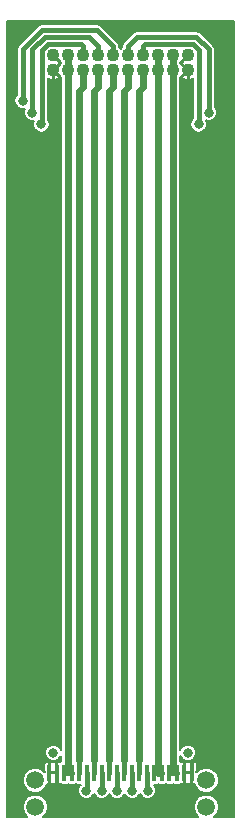
<source format=gtl>
G04 #@! TF.FileFunction,Copper,L1,Top,Signal*
%FSLAX46Y46*%
G04 Gerber Fmt 4.6, Leading zero omitted, Abs format (unit mm)*
G04 Created by KiCad (PCBNEW 4.1.0-alpha+201605071002+6776~44~ubuntu14.04.1-product) date Wed 29 Jun 2016 00:08:44 BST*
%MOMM*%
%LPD*%
G01*
G04 APERTURE LIST*
%ADD10C,0.100000*%
%ADD11C,1.500000*%
%ADD12R,0.380000X1.400000*%
%ADD13C,1.100000*%
%ADD14C,0.800000*%
%ADD15C,0.400000*%
%ADD16C,0.250000*%
%ADD17C,0.600000*%
%ADD18C,0.200000*%
G04 APERTURE END LIST*
D10*
D11*
X148760500Y-126540000D03*
X163239500Y-126540000D03*
X148760500Y-128790000D03*
X163239500Y-128790000D03*
D12*
X162032500Y-125890000D03*
X161397500Y-125890000D03*
X160762500Y-125890000D03*
X160127500Y-125890000D03*
X159492500Y-125890000D03*
X158857500Y-125890000D03*
X158222500Y-125890000D03*
X157587500Y-125890000D03*
X156952500Y-125890000D03*
X156317500Y-125890000D03*
X155682500Y-125890000D03*
X155047500Y-125890000D03*
X154412500Y-125890000D03*
X153777500Y-125890000D03*
X153142500Y-125890000D03*
X152507500Y-125890000D03*
X151872500Y-125890000D03*
X151237500Y-125890000D03*
X150602500Y-125890000D03*
X149967500Y-125890000D03*
D13*
X161715000Y-65159000D03*
X161715000Y-66429000D03*
X160445000Y-65159000D03*
X160445000Y-66429000D03*
X159175000Y-65159000D03*
X159175000Y-66429000D03*
X157905000Y-65159000D03*
X157905000Y-66429000D03*
X156635000Y-65159000D03*
X156635000Y-66429000D03*
X155365000Y-65159000D03*
X155365000Y-66429000D03*
X154095000Y-65159000D03*
X154095000Y-66429000D03*
X152825000Y-65159000D03*
X152825000Y-66429000D03*
X151555000Y-65159000D03*
X151555000Y-66429000D03*
X150285000Y-65159000D03*
X150285000Y-66429000D03*
D14*
X150300000Y-124200000D03*
X161700000Y-124200000D03*
X161715000Y-68000000D03*
X150285000Y-68000000D03*
X161000000Y-128000000D03*
X151000000Y-128000000D03*
X163000000Y-124000000D03*
X149000000Y-124000000D03*
X162500000Y-120000000D03*
X162500000Y-115000000D03*
X162500000Y-110000000D03*
X162500000Y-105000000D03*
X162500000Y-100000000D03*
X162500000Y-95000000D03*
X162500000Y-90000000D03*
X162500000Y-85000000D03*
X162500000Y-80000000D03*
X162500000Y-75000000D03*
X150000000Y-120000000D03*
X150000000Y-115000000D03*
X150000000Y-110000000D03*
X150000000Y-105000000D03*
X150000000Y-100000000D03*
X150000000Y-95000000D03*
X150000000Y-90000000D03*
X150000000Y-85000000D03*
X150000000Y-80000000D03*
X150000000Y-75000000D03*
X158300000Y-127400000D03*
X162615010Y-71000000D03*
X157000000Y-127400000D03*
X163465011Y-70000000D03*
X147700000Y-69000000D03*
X155700000Y-127400000D03*
X148534989Y-70000000D03*
X154400000Y-127400000D03*
X149300000Y-71000000D03*
X153100000Y-127400000D03*
D15*
X161715000Y-68000000D02*
X161715000Y-74215000D01*
D16*
X161715000Y-66429000D02*
X161715000Y-68000000D01*
D15*
X150285000Y-68000000D02*
X150285000Y-71125002D01*
D16*
X150285000Y-66429000D02*
X150285000Y-68000000D01*
X161397500Y-125890000D02*
X161397500Y-127602500D01*
X161397500Y-127602500D02*
X161000000Y-128000000D01*
X150602500Y-125890000D02*
X150602500Y-127602500D01*
X150602500Y-127602500D02*
X151000000Y-128000000D01*
X162032500Y-125890000D02*
X162032500Y-124967500D01*
X162032500Y-124967500D02*
X163000000Y-124000000D01*
X149967500Y-125890000D02*
X149967500Y-124967500D01*
X149967500Y-124967500D02*
X149000000Y-124000000D01*
D15*
X162500000Y-110000000D02*
X162500000Y-115000000D01*
X162500000Y-100000000D02*
X162500000Y-105000000D01*
X162500000Y-90000000D02*
X162500000Y-95000000D01*
X162500000Y-80000000D02*
X162500000Y-85000000D01*
X161715000Y-74215000D02*
X162500000Y-75000000D01*
X150000000Y-110000000D02*
X150000000Y-115000000D01*
X150000000Y-100000000D02*
X150000000Y-105000000D01*
X150000000Y-90000000D02*
X150000000Y-95000000D01*
X150000000Y-80000000D02*
X150000000Y-85000000D01*
X150000000Y-71410002D02*
X150000000Y-75000000D01*
X150285000Y-71125002D02*
X150000000Y-71410002D01*
X160762500Y-125890000D02*
X160410000Y-125890000D01*
X160127500Y-125890000D02*
X160410000Y-125890000D01*
X160410000Y-125890000D02*
X160445000Y-125855000D01*
D17*
X160445000Y-66429000D02*
X160445000Y-125855000D01*
X160445000Y-65159000D02*
X160445000Y-66429000D01*
X159175000Y-66429000D02*
X159175000Y-125875000D01*
D15*
X159492500Y-125890000D02*
X159160000Y-125890000D01*
X158857500Y-125890000D02*
X159160000Y-125890000D01*
X159160000Y-125890000D02*
X159175000Y-125875000D01*
D17*
X159175000Y-65159000D02*
X159175000Y-66429000D01*
D15*
X158222500Y-125890000D02*
X158222500Y-127322500D01*
X158222500Y-127322500D02*
X158300000Y-127400000D01*
X157905000Y-65159000D02*
X157905000Y-64381183D01*
X157905000Y-64381183D02*
X158077184Y-64208999D01*
X158077184Y-64208999D02*
X162171001Y-64208999D01*
X162171001Y-64208999D02*
X162665001Y-64702999D01*
X162665001Y-64702999D02*
X162665001Y-70950009D01*
X162665001Y-70950009D02*
X162615010Y-71000000D01*
D17*
X157587500Y-68182500D02*
X157905000Y-67865000D01*
X157905000Y-67865000D02*
X157905000Y-66429000D01*
X157587500Y-124790000D02*
X157587500Y-68182500D01*
D15*
X157587500Y-124790000D02*
X157587500Y-125890000D01*
X156952500Y-125890000D02*
X156952500Y-127352500D01*
X156952500Y-127352500D02*
X157000000Y-127400000D01*
X156635000Y-65159000D02*
X156635000Y-64381183D01*
X156635000Y-64381183D02*
X157407194Y-63608989D01*
X157407194Y-63608989D02*
X162419534Y-63608990D01*
X162419534Y-63608990D02*
X163465011Y-64654467D01*
X163465011Y-64654467D02*
X163465011Y-70000000D01*
D17*
X156317500Y-68182500D02*
X156635000Y-67865000D01*
X156635000Y-67865000D02*
X156635000Y-66429000D01*
X156317500Y-124790000D02*
X156317500Y-68182500D01*
D15*
X156317500Y-124790000D02*
X156317500Y-125890000D01*
X147734979Y-64605935D02*
X147734979Y-68965021D01*
X147734979Y-68965021D02*
X147700000Y-69000000D01*
X155682500Y-125890000D02*
X155682500Y-127382500D01*
X155682500Y-127382500D02*
X155700000Y-127400000D01*
X155365000Y-65159000D02*
X155365000Y-64381183D01*
X155365000Y-64381183D02*
X153992797Y-63008980D01*
X153992797Y-63008980D02*
X149331933Y-63008981D01*
X149331933Y-63008981D02*
X147734979Y-64605935D01*
D17*
X155047500Y-68182500D02*
X155365000Y-67865000D01*
X155365000Y-67865000D02*
X155365000Y-66429000D01*
X155047500Y-124790000D02*
X155047500Y-68182500D01*
D15*
X155047500Y-124790000D02*
X155047500Y-125890000D01*
X148534989Y-64654467D02*
X148534989Y-69134989D01*
X148534989Y-69134989D02*
X148534989Y-70000000D01*
X154412500Y-125890000D02*
X154412500Y-127387500D01*
X154412500Y-127387500D02*
X154400000Y-127400000D01*
X154095000Y-65159000D02*
X154095000Y-64381183D01*
X154095000Y-64381183D02*
X153322807Y-63608990D01*
X153322807Y-63608990D02*
X149580466Y-63608990D01*
X149580466Y-63608990D02*
X148534989Y-64654467D01*
D17*
X153777500Y-68182500D02*
X154095000Y-67865000D01*
X154095000Y-67865000D02*
X154095000Y-66429000D01*
X153777500Y-124790000D02*
X153777500Y-68182500D01*
D15*
X153777500Y-124790000D02*
X153777500Y-125890000D01*
X149334999Y-64702999D02*
X149334999Y-70965001D01*
X149334999Y-70965001D02*
X149300000Y-71000000D01*
X153142500Y-125890000D02*
X153142500Y-127357500D01*
X153142500Y-127357500D02*
X153100000Y-127400000D01*
X152825000Y-65159000D02*
X152825000Y-64381183D01*
X152825000Y-64381183D02*
X152652816Y-64208999D01*
X152652816Y-64208999D02*
X149828999Y-64208999D01*
X149828999Y-64208999D02*
X149334999Y-64702999D01*
D17*
X152507500Y-68182500D02*
X152825000Y-67865000D01*
X152825000Y-67865000D02*
X152825000Y-66429000D01*
X152507500Y-124790000D02*
X152507500Y-68182500D01*
D15*
X152507500Y-124790000D02*
X152507500Y-125890000D01*
X151872500Y-125890000D02*
X151510000Y-125890000D01*
X151237500Y-125890000D02*
X151510000Y-125890000D01*
X151510000Y-125890000D02*
X151555000Y-125845000D01*
D17*
X151555000Y-66429000D02*
X151555000Y-125845000D01*
X151555000Y-65159000D02*
X151555000Y-66429000D01*
D18*
G36*
X165625000Y-129625000D02*
X163889263Y-129625000D01*
X164129128Y-129385554D01*
X164289318Y-128999774D01*
X164289682Y-128582058D01*
X164130166Y-128196000D01*
X163835054Y-127900372D01*
X163449274Y-127740182D01*
X163031558Y-127739818D01*
X162645500Y-127899334D01*
X162349872Y-128194446D01*
X162189682Y-128580226D01*
X162189318Y-128997942D01*
X162348834Y-129384000D01*
X162589413Y-129625000D01*
X149410263Y-129625000D01*
X149650128Y-129385554D01*
X149810318Y-128999774D01*
X149810682Y-128582058D01*
X149651166Y-128196000D01*
X149356054Y-127900372D01*
X148970274Y-127740182D01*
X148552558Y-127739818D01*
X148166500Y-127899334D01*
X147870872Y-128194446D01*
X147710682Y-128580226D01*
X147710318Y-128997942D01*
X147869834Y-129384000D01*
X148110413Y-129625000D01*
X146375000Y-129625000D01*
X146375000Y-126747942D01*
X147710318Y-126747942D01*
X147869834Y-127134000D01*
X148164946Y-127429628D01*
X148550726Y-127589818D01*
X148968442Y-127590182D01*
X149354500Y-127430666D01*
X149650128Y-127135554D01*
X149772853Y-126840000D01*
X149855000Y-126840000D01*
X149917500Y-126777500D01*
X149917500Y-125940000D01*
X150017500Y-125940000D01*
X150017500Y-126777500D01*
X150080000Y-126840000D01*
X150207228Y-126840000D01*
X150285000Y-126807786D01*
X150362772Y-126840000D01*
X150490000Y-126840000D01*
X150552500Y-126777500D01*
X150552500Y-125940000D01*
X150017500Y-125940000D01*
X149917500Y-125940000D01*
X149897500Y-125940000D01*
X149897500Y-125840000D01*
X149917500Y-125840000D01*
X149917500Y-125002500D01*
X150017500Y-125002500D01*
X150017500Y-125840000D01*
X150552500Y-125840000D01*
X150552500Y-125002500D01*
X150490000Y-124940000D01*
X150362772Y-124940000D01*
X150285000Y-124972214D01*
X150207228Y-124940000D01*
X150080000Y-124940000D01*
X150017500Y-125002500D01*
X149917500Y-125002500D01*
X149855000Y-124940000D01*
X149727772Y-124940000D01*
X149635886Y-124978060D01*
X149565560Y-125048386D01*
X149527500Y-125140272D01*
X149527500Y-125777500D01*
X149589998Y-125839998D01*
X149545349Y-125839998D01*
X149356054Y-125650372D01*
X148970274Y-125490182D01*
X148552558Y-125489818D01*
X148166500Y-125649334D01*
X147870872Y-125944446D01*
X147710682Y-126330226D01*
X147710318Y-126747942D01*
X146375000Y-126747942D01*
X146375000Y-69138628D01*
X146999879Y-69138628D01*
X147106223Y-69396000D01*
X147302964Y-69593085D01*
X147560150Y-69699878D01*
X147838628Y-69700121D01*
X147914595Y-69668732D01*
X147835111Y-69860150D01*
X147834868Y-70138628D01*
X147941212Y-70396000D01*
X148137953Y-70593085D01*
X148395139Y-70699878D01*
X148666574Y-70700115D01*
X148600122Y-70860150D01*
X148599879Y-71138628D01*
X148706223Y-71396000D01*
X148902964Y-71593085D01*
X149160150Y-71699878D01*
X149438628Y-71700121D01*
X149696000Y-71593777D01*
X149893085Y-71397036D01*
X149999878Y-71139850D01*
X150000121Y-70861372D01*
X149893777Y-70604000D01*
X149834999Y-70545119D01*
X149834999Y-67092111D01*
X149846912Y-67117042D01*
X150143562Y-67232317D01*
X150461744Y-67225294D01*
X150723088Y-67117042D01*
X150781044Y-66995755D01*
X150285000Y-66499711D01*
X150270858Y-66513853D01*
X150200147Y-66443142D01*
X150214289Y-66429000D01*
X150200147Y-66414858D01*
X150270858Y-66344147D01*
X150285000Y-66358289D01*
X150781044Y-65862245D01*
X150748434Y-65794000D01*
X150781044Y-65725755D01*
X150285000Y-65229711D01*
X150270858Y-65243853D01*
X150200147Y-65173142D01*
X150214289Y-65159000D01*
X150200147Y-65144858D01*
X150270858Y-65074147D01*
X150285000Y-65088289D01*
X150299142Y-65074147D01*
X150369853Y-65144858D01*
X150355711Y-65159000D01*
X150832166Y-65635455D01*
X150833985Y-65639857D01*
X150955000Y-65761083D01*
X150955000Y-65826920D01*
X150834826Y-65946885D01*
X150832696Y-65952015D01*
X150355711Y-66429000D01*
X150832166Y-66905455D01*
X150833985Y-66909857D01*
X150955000Y-67031083D01*
X150955000Y-123952171D01*
X150893777Y-123804000D01*
X150697036Y-123606915D01*
X150439850Y-123500122D01*
X150161372Y-123499879D01*
X149904000Y-123606223D01*
X149706915Y-123802964D01*
X149600122Y-124060150D01*
X149599879Y-124338628D01*
X149706223Y-124596000D01*
X149902964Y-124793085D01*
X150160150Y-124899878D01*
X150438628Y-124900121D01*
X150696000Y-124793777D01*
X150893085Y-124597036D01*
X150955000Y-124447928D01*
X150955000Y-124902523D01*
X150930446Y-124907407D01*
X150866574Y-124950084D01*
X150842228Y-124940000D01*
X150715000Y-124940000D01*
X150652500Y-125002500D01*
X150652500Y-125840000D01*
X150672500Y-125840000D01*
X150672500Y-125940000D01*
X150652500Y-125940000D01*
X150652500Y-126777500D01*
X150715000Y-126840000D01*
X150842228Y-126840000D01*
X150866574Y-126829916D01*
X150930446Y-126872593D01*
X151047500Y-126895877D01*
X151427500Y-126895877D01*
X151544554Y-126872593D01*
X151555000Y-126865613D01*
X151565446Y-126872593D01*
X151682500Y-126895877D01*
X152062500Y-126895877D01*
X152179554Y-126872593D01*
X152190000Y-126865613D01*
X152200446Y-126872593D01*
X152317500Y-126895877D01*
X152614189Y-126895877D01*
X152506915Y-127002964D01*
X152400122Y-127260150D01*
X152399879Y-127538628D01*
X152506223Y-127796000D01*
X152702964Y-127993085D01*
X152960150Y-128099878D01*
X153238628Y-128100121D01*
X153496000Y-127993777D01*
X153693085Y-127797036D01*
X153750008Y-127659950D01*
X153806223Y-127796000D01*
X154002964Y-127993085D01*
X154260150Y-128099878D01*
X154538628Y-128100121D01*
X154796000Y-127993777D01*
X154993085Y-127797036D01*
X155050008Y-127659950D01*
X155106223Y-127796000D01*
X155302964Y-127993085D01*
X155560150Y-128099878D01*
X155838628Y-128100121D01*
X156096000Y-127993777D01*
X156293085Y-127797036D01*
X156350008Y-127659950D01*
X156406223Y-127796000D01*
X156602964Y-127993085D01*
X156860150Y-128099878D01*
X157138628Y-128100121D01*
X157396000Y-127993777D01*
X157593085Y-127797036D01*
X157650008Y-127659950D01*
X157706223Y-127796000D01*
X157902964Y-127993085D01*
X158160150Y-128099878D01*
X158438628Y-128100121D01*
X158696000Y-127993777D01*
X158893085Y-127797036D01*
X158999878Y-127539850D01*
X159000121Y-127261372D01*
X158893777Y-127004000D01*
X158785843Y-126895877D01*
X159047500Y-126895877D01*
X159164554Y-126872593D01*
X159175000Y-126865613D01*
X159185446Y-126872593D01*
X159302500Y-126895877D01*
X159682500Y-126895877D01*
X159799554Y-126872593D01*
X159810000Y-126865613D01*
X159820446Y-126872593D01*
X159937500Y-126895877D01*
X160317500Y-126895877D01*
X160434554Y-126872593D01*
X160445000Y-126865613D01*
X160455446Y-126872593D01*
X160572500Y-126895877D01*
X160952500Y-126895877D01*
X161069554Y-126872593D01*
X161133426Y-126829916D01*
X161157772Y-126840000D01*
X161285000Y-126840000D01*
X161347500Y-126777500D01*
X161347500Y-125940000D01*
X161447500Y-125940000D01*
X161447500Y-126777500D01*
X161510000Y-126840000D01*
X161637228Y-126840000D01*
X161715000Y-126807786D01*
X161792772Y-126840000D01*
X161920000Y-126840000D01*
X161982500Y-126777500D01*
X161982500Y-125940000D01*
X161447500Y-125940000D01*
X161347500Y-125940000D01*
X161327500Y-125940000D01*
X161327500Y-125840000D01*
X161347500Y-125840000D01*
X161347500Y-125002500D01*
X161447500Y-125002500D01*
X161447500Y-125840000D01*
X161982500Y-125840000D01*
X161982500Y-125002500D01*
X162082500Y-125002500D01*
X162082500Y-125840000D01*
X162102500Y-125840000D01*
X162102500Y-125940000D01*
X162082500Y-125940000D01*
X162082500Y-126777500D01*
X162145000Y-126840000D01*
X162227356Y-126840000D01*
X162348834Y-127134000D01*
X162643946Y-127429628D01*
X163029726Y-127589818D01*
X163447442Y-127590182D01*
X163833500Y-127430666D01*
X164129128Y-127135554D01*
X164289318Y-126749774D01*
X164289682Y-126332058D01*
X164130166Y-125946000D01*
X163835054Y-125650372D01*
X163449274Y-125490182D01*
X163031558Y-125489818D01*
X162645500Y-125649334D01*
X162454503Y-125839998D01*
X162410002Y-125839998D01*
X162472500Y-125777500D01*
X162472500Y-125140272D01*
X162434440Y-125048386D01*
X162364114Y-124978060D01*
X162272228Y-124940000D01*
X162145000Y-124940000D01*
X162082500Y-125002500D01*
X161982500Y-125002500D01*
X161920000Y-124940000D01*
X161792772Y-124940000D01*
X161715000Y-124972214D01*
X161637228Y-124940000D01*
X161510000Y-124940000D01*
X161447500Y-125002500D01*
X161347500Y-125002500D01*
X161285000Y-124940000D01*
X161157772Y-124940000D01*
X161133426Y-124950084D01*
X161069554Y-124907407D01*
X161045000Y-124902523D01*
X161045000Y-124447829D01*
X161106223Y-124596000D01*
X161302964Y-124793085D01*
X161560150Y-124899878D01*
X161838628Y-124900121D01*
X162096000Y-124793777D01*
X162293085Y-124597036D01*
X162399878Y-124339850D01*
X162400121Y-124061372D01*
X162293777Y-123804000D01*
X162097036Y-123606915D01*
X161839850Y-123500122D01*
X161561372Y-123499879D01*
X161304000Y-123606223D01*
X161106915Y-123802964D01*
X161045000Y-123952072D01*
X161045000Y-67031080D01*
X161165174Y-66911115D01*
X161167304Y-66905985D01*
X161644289Y-66429000D01*
X161167834Y-65952545D01*
X161166015Y-65948143D01*
X161045000Y-65826917D01*
X161045000Y-65761080D01*
X161165174Y-65641115D01*
X161167304Y-65635985D01*
X161644289Y-65159000D01*
X161630147Y-65144858D01*
X161700858Y-65074147D01*
X161715000Y-65088289D01*
X161729142Y-65074147D01*
X161799853Y-65144858D01*
X161785711Y-65159000D01*
X161799853Y-65173142D01*
X161729142Y-65243853D01*
X161715000Y-65229711D01*
X161218956Y-65725755D01*
X161251566Y-65794000D01*
X161218956Y-65862245D01*
X161715000Y-66358289D01*
X161729142Y-66344147D01*
X161799853Y-66414858D01*
X161785711Y-66429000D01*
X161799853Y-66443142D01*
X161729142Y-66513853D01*
X161715000Y-66499711D01*
X161218956Y-66995755D01*
X161276912Y-67117042D01*
X161573562Y-67232317D01*
X161891744Y-67225294D01*
X162153088Y-67117042D01*
X162165001Y-67092111D01*
X162165001Y-70460138D01*
X162021925Y-70602964D01*
X161915132Y-70860150D01*
X161914889Y-71138628D01*
X162021233Y-71396000D01*
X162217974Y-71593085D01*
X162475160Y-71699878D01*
X162753638Y-71700121D01*
X163011010Y-71593777D01*
X163208095Y-71397036D01*
X163314888Y-71139850D01*
X163315131Y-70861372D01*
X163232506Y-70661404D01*
X163325161Y-70699878D01*
X163603639Y-70700121D01*
X163861011Y-70593777D01*
X164058096Y-70397036D01*
X164164889Y-70139850D01*
X164165132Y-69861372D01*
X164058788Y-69604000D01*
X163965011Y-69510059D01*
X163965011Y-64654467D01*
X163926951Y-64463125D01*
X163859853Y-64362706D01*
X163818565Y-64300914D01*
X162773087Y-63255437D01*
X162610876Y-63147050D01*
X162610871Y-63147049D01*
X162419534Y-63108990D01*
X157407194Y-63108989D01*
X157215852Y-63147049D01*
X157053640Y-63255436D01*
X156281447Y-64027630D01*
X156173060Y-64189841D01*
X156135000Y-64381183D01*
X156135000Y-64457095D01*
X155999941Y-64591919D01*
X155865000Y-64456742D01*
X155865000Y-64381183D01*
X155826940Y-64189841D01*
X155718553Y-64027630D01*
X154346350Y-62655427D01*
X154184139Y-62547040D01*
X153992797Y-62508980D01*
X149331933Y-62508981D01*
X149140596Y-62547040D01*
X149140591Y-62547041D01*
X148978380Y-62655428D01*
X147381426Y-64252382D01*
X147273039Y-64414593D01*
X147234979Y-64605935D01*
X147234979Y-68475124D01*
X147106915Y-68602964D01*
X147000122Y-68860150D01*
X146999879Y-69138628D01*
X146375000Y-69138628D01*
X146375000Y-62275000D01*
X165625000Y-62275000D01*
X165625000Y-129625000D01*
X165625000Y-129625000D01*
G37*
X165625000Y-129625000D02*
X163889263Y-129625000D01*
X164129128Y-129385554D01*
X164289318Y-128999774D01*
X164289682Y-128582058D01*
X164130166Y-128196000D01*
X163835054Y-127900372D01*
X163449274Y-127740182D01*
X163031558Y-127739818D01*
X162645500Y-127899334D01*
X162349872Y-128194446D01*
X162189682Y-128580226D01*
X162189318Y-128997942D01*
X162348834Y-129384000D01*
X162589413Y-129625000D01*
X149410263Y-129625000D01*
X149650128Y-129385554D01*
X149810318Y-128999774D01*
X149810682Y-128582058D01*
X149651166Y-128196000D01*
X149356054Y-127900372D01*
X148970274Y-127740182D01*
X148552558Y-127739818D01*
X148166500Y-127899334D01*
X147870872Y-128194446D01*
X147710682Y-128580226D01*
X147710318Y-128997942D01*
X147869834Y-129384000D01*
X148110413Y-129625000D01*
X146375000Y-129625000D01*
X146375000Y-126747942D01*
X147710318Y-126747942D01*
X147869834Y-127134000D01*
X148164946Y-127429628D01*
X148550726Y-127589818D01*
X148968442Y-127590182D01*
X149354500Y-127430666D01*
X149650128Y-127135554D01*
X149772853Y-126840000D01*
X149855000Y-126840000D01*
X149917500Y-126777500D01*
X149917500Y-125940000D01*
X150017500Y-125940000D01*
X150017500Y-126777500D01*
X150080000Y-126840000D01*
X150207228Y-126840000D01*
X150285000Y-126807786D01*
X150362772Y-126840000D01*
X150490000Y-126840000D01*
X150552500Y-126777500D01*
X150552500Y-125940000D01*
X150017500Y-125940000D01*
X149917500Y-125940000D01*
X149897500Y-125940000D01*
X149897500Y-125840000D01*
X149917500Y-125840000D01*
X149917500Y-125002500D01*
X150017500Y-125002500D01*
X150017500Y-125840000D01*
X150552500Y-125840000D01*
X150552500Y-125002500D01*
X150490000Y-124940000D01*
X150362772Y-124940000D01*
X150285000Y-124972214D01*
X150207228Y-124940000D01*
X150080000Y-124940000D01*
X150017500Y-125002500D01*
X149917500Y-125002500D01*
X149855000Y-124940000D01*
X149727772Y-124940000D01*
X149635886Y-124978060D01*
X149565560Y-125048386D01*
X149527500Y-125140272D01*
X149527500Y-125777500D01*
X149589998Y-125839998D01*
X149545349Y-125839998D01*
X149356054Y-125650372D01*
X148970274Y-125490182D01*
X148552558Y-125489818D01*
X148166500Y-125649334D01*
X147870872Y-125944446D01*
X147710682Y-126330226D01*
X147710318Y-126747942D01*
X146375000Y-126747942D01*
X146375000Y-69138628D01*
X146999879Y-69138628D01*
X147106223Y-69396000D01*
X147302964Y-69593085D01*
X147560150Y-69699878D01*
X147838628Y-69700121D01*
X147914595Y-69668732D01*
X147835111Y-69860150D01*
X147834868Y-70138628D01*
X147941212Y-70396000D01*
X148137953Y-70593085D01*
X148395139Y-70699878D01*
X148666574Y-70700115D01*
X148600122Y-70860150D01*
X148599879Y-71138628D01*
X148706223Y-71396000D01*
X148902964Y-71593085D01*
X149160150Y-71699878D01*
X149438628Y-71700121D01*
X149696000Y-71593777D01*
X149893085Y-71397036D01*
X149999878Y-71139850D01*
X150000121Y-70861372D01*
X149893777Y-70604000D01*
X149834999Y-70545119D01*
X149834999Y-67092111D01*
X149846912Y-67117042D01*
X150143562Y-67232317D01*
X150461744Y-67225294D01*
X150723088Y-67117042D01*
X150781044Y-66995755D01*
X150285000Y-66499711D01*
X150270858Y-66513853D01*
X150200147Y-66443142D01*
X150214289Y-66429000D01*
X150200147Y-66414858D01*
X150270858Y-66344147D01*
X150285000Y-66358289D01*
X150781044Y-65862245D01*
X150748434Y-65794000D01*
X150781044Y-65725755D01*
X150285000Y-65229711D01*
X150270858Y-65243853D01*
X150200147Y-65173142D01*
X150214289Y-65159000D01*
X150200147Y-65144858D01*
X150270858Y-65074147D01*
X150285000Y-65088289D01*
X150299142Y-65074147D01*
X150369853Y-65144858D01*
X150355711Y-65159000D01*
X150832166Y-65635455D01*
X150833985Y-65639857D01*
X150955000Y-65761083D01*
X150955000Y-65826920D01*
X150834826Y-65946885D01*
X150832696Y-65952015D01*
X150355711Y-66429000D01*
X150832166Y-66905455D01*
X150833985Y-66909857D01*
X150955000Y-67031083D01*
X150955000Y-123952171D01*
X150893777Y-123804000D01*
X150697036Y-123606915D01*
X150439850Y-123500122D01*
X150161372Y-123499879D01*
X149904000Y-123606223D01*
X149706915Y-123802964D01*
X149600122Y-124060150D01*
X149599879Y-124338628D01*
X149706223Y-124596000D01*
X149902964Y-124793085D01*
X150160150Y-124899878D01*
X150438628Y-124900121D01*
X150696000Y-124793777D01*
X150893085Y-124597036D01*
X150955000Y-124447928D01*
X150955000Y-124902523D01*
X150930446Y-124907407D01*
X150866574Y-124950084D01*
X150842228Y-124940000D01*
X150715000Y-124940000D01*
X150652500Y-125002500D01*
X150652500Y-125840000D01*
X150672500Y-125840000D01*
X150672500Y-125940000D01*
X150652500Y-125940000D01*
X150652500Y-126777500D01*
X150715000Y-126840000D01*
X150842228Y-126840000D01*
X150866574Y-126829916D01*
X150930446Y-126872593D01*
X151047500Y-126895877D01*
X151427500Y-126895877D01*
X151544554Y-126872593D01*
X151555000Y-126865613D01*
X151565446Y-126872593D01*
X151682500Y-126895877D01*
X152062500Y-126895877D01*
X152179554Y-126872593D01*
X152190000Y-126865613D01*
X152200446Y-126872593D01*
X152317500Y-126895877D01*
X152614189Y-126895877D01*
X152506915Y-127002964D01*
X152400122Y-127260150D01*
X152399879Y-127538628D01*
X152506223Y-127796000D01*
X152702964Y-127993085D01*
X152960150Y-128099878D01*
X153238628Y-128100121D01*
X153496000Y-127993777D01*
X153693085Y-127797036D01*
X153750008Y-127659950D01*
X153806223Y-127796000D01*
X154002964Y-127993085D01*
X154260150Y-128099878D01*
X154538628Y-128100121D01*
X154796000Y-127993777D01*
X154993085Y-127797036D01*
X155050008Y-127659950D01*
X155106223Y-127796000D01*
X155302964Y-127993085D01*
X155560150Y-128099878D01*
X155838628Y-128100121D01*
X156096000Y-127993777D01*
X156293085Y-127797036D01*
X156350008Y-127659950D01*
X156406223Y-127796000D01*
X156602964Y-127993085D01*
X156860150Y-128099878D01*
X157138628Y-128100121D01*
X157396000Y-127993777D01*
X157593085Y-127797036D01*
X157650008Y-127659950D01*
X157706223Y-127796000D01*
X157902964Y-127993085D01*
X158160150Y-128099878D01*
X158438628Y-128100121D01*
X158696000Y-127993777D01*
X158893085Y-127797036D01*
X158999878Y-127539850D01*
X159000121Y-127261372D01*
X158893777Y-127004000D01*
X158785843Y-126895877D01*
X159047500Y-126895877D01*
X159164554Y-126872593D01*
X159175000Y-126865613D01*
X159185446Y-126872593D01*
X159302500Y-126895877D01*
X159682500Y-126895877D01*
X159799554Y-126872593D01*
X159810000Y-126865613D01*
X159820446Y-126872593D01*
X159937500Y-126895877D01*
X160317500Y-126895877D01*
X160434554Y-126872593D01*
X160445000Y-126865613D01*
X160455446Y-126872593D01*
X160572500Y-126895877D01*
X160952500Y-126895877D01*
X161069554Y-126872593D01*
X161133426Y-126829916D01*
X161157772Y-126840000D01*
X161285000Y-126840000D01*
X161347500Y-126777500D01*
X161347500Y-125940000D01*
X161447500Y-125940000D01*
X161447500Y-126777500D01*
X161510000Y-126840000D01*
X161637228Y-126840000D01*
X161715000Y-126807786D01*
X161792772Y-126840000D01*
X161920000Y-126840000D01*
X161982500Y-126777500D01*
X161982500Y-125940000D01*
X161447500Y-125940000D01*
X161347500Y-125940000D01*
X161327500Y-125940000D01*
X161327500Y-125840000D01*
X161347500Y-125840000D01*
X161347500Y-125002500D01*
X161447500Y-125002500D01*
X161447500Y-125840000D01*
X161982500Y-125840000D01*
X161982500Y-125002500D01*
X162082500Y-125002500D01*
X162082500Y-125840000D01*
X162102500Y-125840000D01*
X162102500Y-125940000D01*
X162082500Y-125940000D01*
X162082500Y-126777500D01*
X162145000Y-126840000D01*
X162227356Y-126840000D01*
X162348834Y-127134000D01*
X162643946Y-127429628D01*
X163029726Y-127589818D01*
X163447442Y-127590182D01*
X163833500Y-127430666D01*
X164129128Y-127135554D01*
X164289318Y-126749774D01*
X164289682Y-126332058D01*
X164130166Y-125946000D01*
X163835054Y-125650372D01*
X163449274Y-125490182D01*
X163031558Y-125489818D01*
X162645500Y-125649334D01*
X162454503Y-125839998D01*
X162410002Y-125839998D01*
X162472500Y-125777500D01*
X162472500Y-125140272D01*
X162434440Y-125048386D01*
X162364114Y-124978060D01*
X162272228Y-124940000D01*
X162145000Y-124940000D01*
X162082500Y-125002500D01*
X161982500Y-125002500D01*
X161920000Y-124940000D01*
X161792772Y-124940000D01*
X161715000Y-124972214D01*
X161637228Y-124940000D01*
X161510000Y-124940000D01*
X161447500Y-125002500D01*
X161347500Y-125002500D01*
X161285000Y-124940000D01*
X161157772Y-124940000D01*
X161133426Y-124950084D01*
X161069554Y-124907407D01*
X161045000Y-124902523D01*
X161045000Y-124447829D01*
X161106223Y-124596000D01*
X161302964Y-124793085D01*
X161560150Y-124899878D01*
X161838628Y-124900121D01*
X162096000Y-124793777D01*
X162293085Y-124597036D01*
X162399878Y-124339850D01*
X162400121Y-124061372D01*
X162293777Y-123804000D01*
X162097036Y-123606915D01*
X161839850Y-123500122D01*
X161561372Y-123499879D01*
X161304000Y-123606223D01*
X161106915Y-123802964D01*
X161045000Y-123952072D01*
X161045000Y-67031080D01*
X161165174Y-66911115D01*
X161167304Y-66905985D01*
X161644289Y-66429000D01*
X161167834Y-65952545D01*
X161166015Y-65948143D01*
X161045000Y-65826917D01*
X161045000Y-65761080D01*
X161165174Y-65641115D01*
X161167304Y-65635985D01*
X161644289Y-65159000D01*
X161630147Y-65144858D01*
X161700858Y-65074147D01*
X161715000Y-65088289D01*
X161729142Y-65074147D01*
X161799853Y-65144858D01*
X161785711Y-65159000D01*
X161799853Y-65173142D01*
X161729142Y-65243853D01*
X161715000Y-65229711D01*
X161218956Y-65725755D01*
X161251566Y-65794000D01*
X161218956Y-65862245D01*
X161715000Y-66358289D01*
X161729142Y-66344147D01*
X161799853Y-66414858D01*
X161785711Y-66429000D01*
X161799853Y-66443142D01*
X161729142Y-66513853D01*
X161715000Y-66499711D01*
X161218956Y-66995755D01*
X161276912Y-67117042D01*
X161573562Y-67232317D01*
X161891744Y-67225294D01*
X162153088Y-67117042D01*
X162165001Y-67092111D01*
X162165001Y-70460138D01*
X162021925Y-70602964D01*
X161915132Y-70860150D01*
X161914889Y-71138628D01*
X162021233Y-71396000D01*
X162217974Y-71593085D01*
X162475160Y-71699878D01*
X162753638Y-71700121D01*
X163011010Y-71593777D01*
X163208095Y-71397036D01*
X163314888Y-71139850D01*
X163315131Y-70861372D01*
X163232506Y-70661404D01*
X163325161Y-70699878D01*
X163603639Y-70700121D01*
X163861011Y-70593777D01*
X164058096Y-70397036D01*
X164164889Y-70139850D01*
X164165132Y-69861372D01*
X164058788Y-69604000D01*
X163965011Y-69510059D01*
X163965011Y-64654467D01*
X163926951Y-64463125D01*
X163859853Y-64362706D01*
X163818565Y-64300914D01*
X162773087Y-63255437D01*
X162610876Y-63147050D01*
X162610871Y-63147049D01*
X162419534Y-63108990D01*
X157407194Y-63108989D01*
X157215852Y-63147049D01*
X157053640Y-63255436D01*
X156281447Y-64027630D01*
X156173060Y-64189841D01*
X156135000Y-64381183D01*
X156135000Y-64457095D01*
X155999941Y-64591919D01*
X155865000Y-64456742D01*
X155865000Y-64381183D01*
X155826940Y-64189841D01*
X155718553Y-64027630D01*
X154346350Y-62655427D01*
X154184139Y-62547040D01*
X153992797Y-62508980D01*
X149331933Y-62508981D01*
X149140596Y-62547040D01*
X149140591Y-62547041D01*
X148978380Y-62655428D01*
X147381426Y-64252382D01*
X147273039Y-64414593D01*
X147234979Y-64605935D01*
X147234979Y-68475124D01*
X147106915Y-68602964D01*
X147000122Y-68860150D01*
X146999879Y-69138628D01*
X146375000Y-69138628D01*
X146375000Y-62275000D01*
X165625000Y-62275000D01*
X165625000Y-129625000D01*
M02*

</source>
